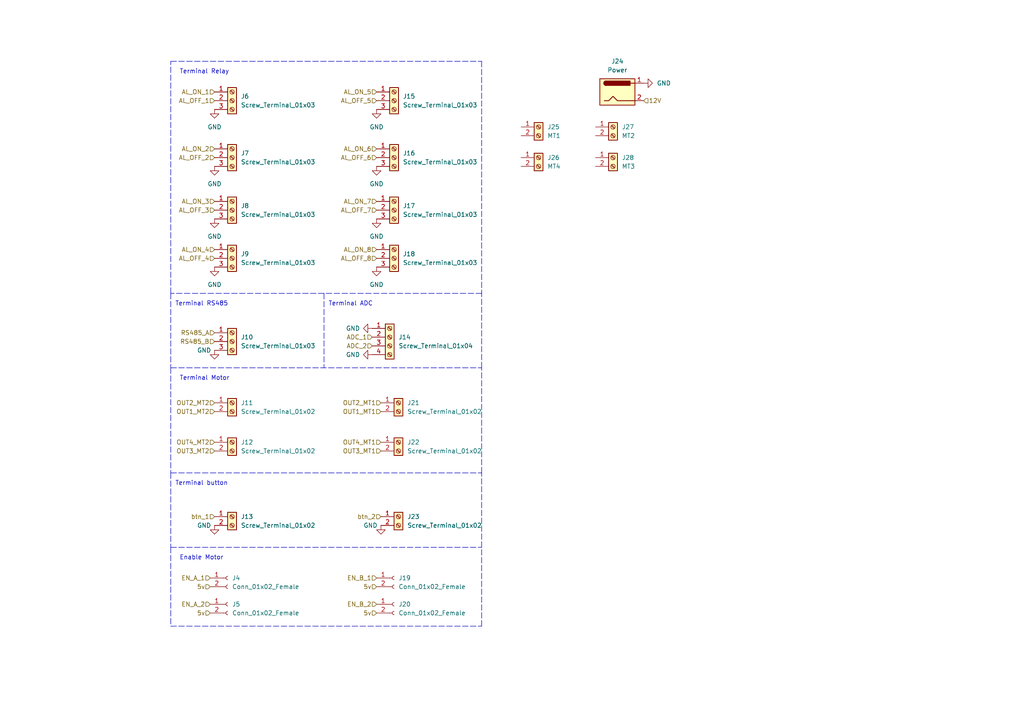
<source format=kicad_sch>
(kicad_sch (version 20211123) (generator eeschema)
  (paper "A4")
  (lib_symbols
    (symbol "Connector:Barrel_Jack" (pin_names (offset 1.016))
      (property "Reference" "J" (at 0 5.334 0))
      (property "Value" "Barrel_Jack" (at 0 -5.08 0))
      (symbol "Barrel_Jack_0_1"
        (rectangle (start -5.08 3.81) (end 5.08 -3.81) (stroke (width 0.254)) (fill (type background)))
        (arc (start -3.302 3.175) (mid -3.937 2.54) (end -3.302 1.905) (stroke (width 0.254)))
        (arc (start -3.302 3.175) (mid -3.937 2.54) (end -3.302 1.905) (stroke (width 0.254)) (fill (type outline)))
        (polyline (pts (xy 5.08 2.54) (xy 3.81 2.54)) (stroke (width 0.254)))
        (polyline (pts (xy -3.81 -2.54) (xy -2.54 -2.54) (xy -1.27 -1.27) (xy 0 -2.54) (xy 2.54 -2.54) (xy 5.08 -2.54)) (stroke (width 0.254)))
        (rectangle (start 3.683 3.175) (end -3.302 1.905) (stroke (width 0.254)) (fill (type outline)))
      )
      (symbol "Barrel_Jack_1_1"
        (pin passive line (at 7.62 2.54 180) (length 2.54) (name "~") (number "1"))
        (pin passive line (at 7.62 -2.54 180) (length 2.54) (name "~") (number "2"))
      )
    )
    (symbol "Connector:Conn_01x02_Female" (pin_names (offset 1.016) hide)
      (property "Reference" "J" (at 0 2.54 0))
      (property "Value" "Conn_01x02_Female" (at 0 -5.08 0))
      (symbol "Conn_01x02_Female_1_1"
        (arc (start 0 -2.032) (mid -0.508 -2.54) (end 0 -3.048) (stroke (width 0.1524)))
        (polyline (pts (xy -1.27 -2.54) (xy -0.508 -2.54)) (stroke (width 0.1524)))
        (polyline (pts (xy -1.27 0) (xy -0.508 0)) (stroke (width 0.1524)))
        (arc (start 0 0.508) (mid -0.508 0) (end 0 -0.508) (stroke (width 0.1524)))
        (pin passive line (at -5.08 0 0) (length 3.81) (name "Pin_1") (number "1"))
        (pin passive line (at -5.08 -2.54 0) (length 3.81) (name "Pin_2") (number "2"))
      )
    )
    (symbol "Connector:Screw_Terminal_01x02" (pin_names (offset 1.016) hide)
      (property "Reference" "J" (at 0 2.54 0))
      (property "Value" "Screw_Terminal_01x02" (at 0 -5.08 0))
      (symbol "Screw_Terminal_01x02_1_1"
        (rectangle (start -1.27 1.27) (end 1.27 -3.81) (stroke (width 0.254)) (fill (type background)))
        (circle (center 0 -2.54) (radius 0.635) (stroke (width 0.1524)))
        (polyline (pts (xy -0.5334 -2.2098) (xy 0.3302 -3.048)) (stroke (width 0.1524)))
        (polyline (pts (xy -0.5334 0.3302) (xy 0.3302 -0.508)) (stroke (width 0.1524)))
        (polyline (pts (xy -0.3556 -2.032) (xy 0.508 -2.8702)) (stroke (width 0.1524)))
        (polyline (pts (xy -0.3556 0.508) (xy 0.508 -0.3302)) (stroke (width 0.1524)))
        (circle (center 0 0) (radius 0.635) (stroke (width 0.1524)))
        (pin passive line (at -5.08 0 0) (length 3.81) (name "Pin_1") (number "1"))
        (pin passive line (at -5.08 -2.54 0) (length 3.81) (name "Pin_2") (number "2"))
      )
    )
    (symbol "Connector:Screw_Terminal_01x03" (pin_names (offset 1.016) hide)
      (property "Reference" "J" (at 0 5.08 0))
      (property "Value" "Screw_Terminal_01x03" (at 0 -5.08 0))
      (symbol "Screw_Terminal_01x03_1_1"
        (rectangle (start -1.27 3.81) (end 1.27 -3.81) (stroke (width 0.254)) (fill (type background)))
        (circle (center 0 -2.54) (radius 0.635) (stroke (width 0.1524)))
        (polyline (pts (xy -0.5334 -2.2098) (xy 0.3302 -3.048)) (stroke (width 0.1524)))
        (polyline (pts (xy -0.5334 0.3302) (xy 0.3302 -0.508)) (stroke (width 0.1524)))
        (polyline (pts (xy -0.5334 2.8702) (xy 0.3302 2.032)) (stroke (width 0.1524)))
        (polyline (pts (xy -0.3556 -2.032) (xy 0.508 -2.8702)) (stroke (width 0.1524)))
        (polyline (pts (xy -0.3556 0.508) (xy 0.508 -0.3302)) (stroke (width 0.1524)))
        (polyline (pts (xy -0.3556 3.048) (xy 0.508 2.2098)) (stroke (width 0.1524)))
        (circle (center 0 0) (radius 0.635) (stroke (width 0.1524)))
        (circle (center 0 2.54) (radius 0.635) (stroke (width 0.1524)))
        (pin passive line (at -5.08 2.54 0) (length 3.81) (name "Pin_1") (number "1"))
        (pin passive line (at -5.08 0 0) (length 3.81) (name "Pin_2") (number "2"))
        (pin passive line (at -5.08 -2.54 0) (length 3.81) (name "Pin_3") (number "3"))
      )
    )
    (symbol "Connector:Screw_Terminal_01x04" (pin_names (offset 1.016) hide)
      (property "Reference" "J" (at 0 5.08 0))
      (property "Value" "Screw_Terminal_01x04" (at 0 -7.62 0))
      (symbol "Screw_Terminal_01x04_1_1"
        (rectangle (start -1.27 3.81) (end 1.27 -6.35) (stroke (width 0.254)) (fill (type background)))
        (circle (center 0 -5.08) (radius 0.635) (stroke (width 0.1524)))
        (circle (center 0 -2.54) (radius 0.635) (stroke (width 0.1524)))
        (polyline (pts (xy -0.5334 -4.7498) (xy 0.3302 -5.588)) (stroke (width 0.1524)))
        (polyline (pts (xy -0.5334 -2.2098) (xy 0.3302 -3.048)) (stroke (width 0.1524)))
        (polyline (pts (xy -0.5334 0.3302) (xy 0.3302 -0.508)) (stroke (width 0.1524)))
        (polyline (pts (xy -0.5334 2.8702) (xy 0.3302 2.032)) (stroke (width 0.1524)))
        (polyline (pts (xy -0.3556 -4.572) (xy 0.508 -5.4102)) (stroke (width 0.1524)))
        (polyline (pts (xy -0.3556 -2.032) (xy 0.508 -2.8702)) (stroke (width 0.1524)))
        (polyline (pts (xy -0.3556 0.508) (xy 0.508 -0.3302)) (stroke (width 0.1524)))
        (polyline (pts (xy -0.3556 3.048) (xy 0.508 2.2098)) (stroke (width 0.1524)))
        (circle (center 0 0) (radius 0.635) (stroke (width 0.1524)))
        (circle (center 0 2.54) (radius 0.635) (stroke (width 0.1524)))
        (pin passive line (at -5.08 2.54 0) (length 3.81) (name "Pin_1") (number "1"))
        (pin passive line (at -5.08 0 0) (length 3.81) (name "Pin_2") (number "2"))
        (pin passive line (at -5.08 -2.54 0) (length 3.81) (name "Pin_3") (number "3"))
        (pin passive line (at -5.08 -5.08 0) (length 3.81) (name "Pin_4") (number "4"))
      )
    )
    (symbol "power:GND" (power) (pin_names (offset 0))
      (property "Value" "GND" (at 0 -3.81 0))
      (symbol "GND_0_1"
        (polyline (pts (xy 0 0) (xy 0 -1.27) (xy 1.27 -1.27) (xy 0 -2.54) (xy -1.27 -1.27) (xy 0 -1.27)))
      )
      (symbol "GND_1_1"
        (pin power_in line (at 0 0 270) (length 0) hide (name "GND") (number "1"))
      )
    )
  )
  (polyline (pts (xy 49.53 106.68) (xy 49.53 137.16)))
  (polyline (pts (xy 49.53 85.09) (xy 49.53 106.68)))
  (polyline (pts (xy 93.98 85.09) (xy 93.98 106.68)))
  (polyline (pts (xy 139.7 85.09) (xy 49.53 85.09)))
  (polyline (pts (xy 49.53 158.75) (xy 139.7 158.75)))
  (polyline (pts (xy 139.7 17.78) (xy 139.7 85.09)))
  (polyline (pts (xy 139.7 158.75) (xy 139.7 137.16)))
  (polyline (pts (xy 49.53 106.68) (xy 139.7 106.68)))
  (polyline (pts (xy 139.7 137.16) (xy 139.7 106.68)))
  (polyline (pts (xy 49.53 158.75) (xy 49.53 181.61)))
  (polyline (pts (xy 49.53 137.16) (xy 49.53 158.75)))
  (polyline (pts (xy 49.53 137.16) (xy 139.7 137.16)))
  (polyline (pts (xy 49.53 17.78) (xy 139.7 17.78)))
  (polyline (pts (xy 139.7 181.61) (xy 139.7 158.75)))
  (polyline (pts (xy 49.53 85.09) (xy 49.53 17.78)))
  (polyline (pts (xy 49.53 181.61) (xy 139.7 181.61)))
  (polyline (pts (xy 139.7 106.68) (xy 139.7 85.09)))
  (text "Terminal Relay" (at 52.07 21.59 0) (effects (font (size 1.27 1.27)) (justify left bottom)))
  (text "Terminal button" (at 50.8 140.97 0) (effects (font (size 1.27 1.27)) (justify left bottom)))
  (text "Enable Motor" (at 52.07 162.56 0) (effects (font (size 1.27 1.27)) (justify left bottom)))
  (text "Terminal RS485" (at 50.8 88.9 0) (effects (font (size 1.27 1.27)) (justify left bottom)))
  (text "Terminal ADC" (at 95.25 88.9 0) (effects (font (size 1.27 1.27)) (justify left bottom)))
  (text "Terminal Motor" (at 52.07 110.49 0) (effects (font (size 1.27 1.27)) (justify left bottom)))
  (hierarchical_label "OUT1_MT1" (shape input) (at 110.49 119.38 180))
  (hierarchical_label "AL_ON_2" (shape input) (at 62.23 43.18 180))
  (hierarchical_label "OUT3_MT2" (shape input) (at 62.23 130.81 180))
  (hierarchical_label "btn_1" (shape input) (at 62.23 149.86 180))
  (hierarchical_label "EN_A_2" (shape input) (at 60.96 175.26 180))
  (hierarchical_label "AL_ON_6" (shape input) (at 109.22 43.18 180))
  (hierarchical_label "OUT4_MT2" (shape input) (at 62.23 128.27 180))
  (hierarchical_label "5v" (shape input) (at 60.96 177.8 180))
  (hierarchical_label "AL_ON_3" (shape input) (at 62.23 58.42 180))
  (hierarchical_label "OUT3_MT1" (shape input) (at 110.49 130.81 180))
  (hierarchical_label "OUT4_MT1" (shape input) (at 110.49 128.27 180))
  (hierarchical_label "AL_OFF_3" (shape input) (at 62.23 60.96 180))
  (hierarchical_label "5v" (shape input) (at 60.96 170.18 180))
  (hierarchical_label "AL_ON_8" (shape input) (at 109.22 72.39 180))
  (hierarchical_label "12V" (shape input) (at 186.69 29.21 0))
  (hierarchical_label "ADC_2" (shape input) (at 107.95 100.33 180))
  (hierarchical_label "AL_ON_4" (shape input) (at 62.23 72.39 180))
  (hierarchical_label "AL_OFF_4" (shape input) (at 62.23 74.93 180))
  (hierarchical_label "OUT2_MT2" (shape input) (at 62.23 116.84 180))
  (hierarchical_label "OUT2_MT1" (shape input) (at 110.49 116.84 180))
  (hierarchical_label "AL_OFF_7" (shape input) (at 109.22 60.96 180))
  (hierarchical_label "RS485_A" (shape input) (at 62.23 96.52 180))
  (hierarchical_label "OUT1_MT2" (shape input) (at 62.23 119.38 180))
  (hierarchical_label "AL_OFF_8" (shape input) (at 109.22 74.93 180))
  (hierarchical_label "AL_OFF_5" (shape input) (at 109.22 29.21 180))
  (hierarchical_label "5v" (shape input) (at 109.22 177.8 180))
  (hierarchical_label "AL_ON_7" (shape input) (at 109.22 58.42 180))
  (hierarchical_label "EN_A_1" (shape input) (at 60.96 167.64 180))
  (hierarchical_label "EN_B_1" (shape input) (at 109.22 167.64 180))
  (hierarchical_label "5v" (shape input) (at 109.22 170.18 180))
  (hierarchical_label "AL_OFF_6" (shape input) (at 109.22 45.72 180))
  (hierarchical_label "AL_OFF_2" (shape input) (at 62.23 45.72 180))
  (hierarchical_label "AL_ON_5" (shape input) (at 109.22 26.67 180))
  (hierarchical_label "EN_B_2" (shape input) (at 109.22 175.26 180))
  (hierarchical_label "RS485_B" (shape input) (at 62.23 99.06 180))
  (hierarchical_label "AL_ON_1" (shape input) (at 62.23 26.67 180))
  (hierarchical_label "btn_2" (shape input) (at 110.49 149.86 180))
  (hierarchical_label "ADC_1" (shape input) (at 107.95 97.79 180))
  (hierarchical_label "AL_OFF_1" (shape input) (at 62.23 29.21 180))
  (symbol (lib_id "Connector:Conn_01x02_Female") (at 66.04 175.26 0) (unit 1)
    (property "Reference" "J5" (at 67.31 175.2599 0) (effects (justify left)))
    (property "Value" "Conn_01x02_Female" (at 67.31 177.7999 0) (effects (justify left)))
    (property "Footprint" "Connector_PinHeader_2.54mm:PinHeader_1x02_P2.54mm_Vertical" (effects hide))
  )
  (symbol (lib_id "Connector:Conn_01x02_Female") (at 66.04 167.64 0) (unit 1)
    (property "Reference" "J4" (at 67.31 167.6399 0) (effects (justify left)))
    (property "Value" "Conn_01x02_Female" (at 67.31 170.1799 0) (effects (justify left)))
    (property "Footprint" "Connector_PinHeader_2.54mm:PinHeader_1x02_P2.54mm_Vertical" (effects hide))
  )
  (symbol (lib_id "power:GND") (at 62.23 152.4 0) (unit 1)
    (property "Reference" "#PWR0146" (effects hide))
    (property "Value" "GND" (at 57.15 152.4 0) (effects (justify left)))
  )
  (symbol (lib_id "Connector:Screw_Terminal_01x02") (at 115.57 128.27 0) (unit 1)
    (property "Reference" "J22" (at 118.11 128.2699 0) (effects (justify left)))
    (property "Value" "Screw_Terminal_01x02" (at 118.11 130.8099 0) (effects (justify left)))
    (property "Footprint" "TerminalBlock_Phoenix:TerminalBlock_Phoenix_MKDS-1,5-2_1x02_P5.00mm_Horizontal" (effects hide))
  )
  (symbol (lib_id "Connector:Screw_Terminal_01x03") (at 67.31 99.06 0) (unit 1)
    (property "Reference" "J10" (at 69.85 97.7899 0) (effects (justify left)))
    (property "Value" "Screw_Terminal_01x03" (at 69.85 100.3299 0) (effects (justify left)))
    (property "Footprint" "TerminalBlock_Phoenix:TerminalBlock_Phoenix_MKDS-1,5-3_1x03_P5.00mm_Horizontal" (effects hide))
  )
  (symbol (lib_id "Connector:Screw_Terminal_01x03") (at 114.3 60.96 0) (unit 1)
    (property "Reference" "J17" (at 116.84 59.6899 0) (effects (justify left)))
    (property "Value" "Screw_Terminal_01x03" (at 116.84 62.2299 0) (effects (justify left)))
    (property "Footprint" "TerminalBlock_Phoenix:TerminalBlock_Phoenix_MKDS-1,5-3_1x03_P5.00mm_Horizontal" (effects hide))
  )
  (symbol (lib_id "power:GND") (at 62.23 77.47 0) (unit 1)
    (property "Reference" "#PWR0143" (effects hide))
    (property "Value" "GND" (at 62.23 82.55 0))
  )
  (symbol (lib_id "Connector:Screw_Terminal_01x03") (at 67.31 45.72 0) (unit 1)
    (property "Reference" "J7" (at 69.85 44.4499 0) (effects (justify left)))
    (property "Value" "Screw_Terminal_01x03" (at 69.85 46.9899 0) (effects (justify left)))
    (property "Footprint" "TerminalBlock_Phoenix:TerminalBlock_Phoenix_MKDS-1,5-3_1x03_P5.00mm_Horizontal" (effects hide))
  )
  (symbol (lib_id "power:GND") (at 62.23 48.26 0) (unit 1)
    (property "Reference" "#PWR0141" (effects hide))
    (property "Value" "GND" (at 62.23 53.34 0))
  )
  (symbol (lib_id "Connector:Screw_Terminal_01x04") (at 113.03 97.79 0) (unit 1)
    (property "Reference" "J14" (at 115.57 97.7899 0) (effects (justify left)))
    (property "Value" "Screw_Terminal_01x04" (at 115.57 100.3299 0) (effects (justify left)))
    (property "Footprint" "TerminalBlock_Phoenix:TerminalBlock_Phoenix_MKDS-1,5-4_1x04_P5.00mm_Horizontal" (effects hide))
  )
  (symbol (lib_id "power:GND") (at 62.23 63.5 0) (unit 1)
    (property "Reference" "#PWR0142" (effects hide))
    (property "Value" "GND" (at 62.23 68.58 0))
  )
  (symbol (lib_id "power:GND") (at 62.23 101.6 0) (unit 1)
    (property "Reference" "#PWR0134" (effects hide))
    (property "Value" "GND" (at 57.15 101.6 0) (effects (justify left)))
  )
  (symbol (lib_id "Connector:Screw_Terminal_01x02") (at 156.21 36.83 0) (unit 1)
    (property "Reference" "J25" (at 158.75 36.8299 0) (effects (justify left)))
    (property "Value" "MT1" (at 158.75 39.3699 0) (effects (justify left)))
    (property "Footprint" "TerminalBlock_Phoenix:TerminalBlock_Phoenix_MKDS-1,5-2_1x02_P5.00mm_Horizontal" (effects hide))
  )
  (symbol (lib_id "Connector:Screw_Terminal_01x03") (at 67.31 60.96 0) (unit 1)
    (property "Reference" "J8" (at 69.85 59.6899 0) (effects (justify left)))
    (property "Value" "Screw_Terminal_01x03" (at 69.85 62.2299 0) (effects (justify left)))
    (property "Footprint" "TerminalBlock_Phoenix:TerminalBlock_Phoenix_MKDS-1,5-3_1x03_P5.00mm_Horizontal" (effects hide))
  )
  (symbol (lib_id "Connector:Barrel_Jack") (at 179.07 26.67 0) (unit 1)
    (property "Reference" "J24" (at 179.07 17.78 0))
    (property "Value" "Power" (at 179.07 20.32 0))
    (property "Footprint" "TerminalBlock_Phoenix:TerminalBlock_Phoenix_MKDS-1,5-2_1x02_P5.00mm_Horizontal" (effects hide))
  )
  (symbol (lib_id "Connector:Screw_Terminal_01x02") (at 156.21 45.72 0) (unit 1)
    (property "Reference" "J26" (at 158.75 45.7199 0) (effects (justify left)))
    (property "Value" "MT4" (at 158.75 48.2599 0) (effects (justify left)))
    (property "Footprint" "TerminalBlock_Phoenix:TerminalBlock_Phoenix_MKDS-1,5-2_1x02_P5.00mm_Horizontal" (effects hide))
  )
  (symbol (lib_id "Connector:Screw_Terminal_01x02") (at 177.8 36.83 0) (unit 1)
    (property "Reference" "J27" (at 180.34 36.8299 0) (effects (justify left)))
    (property "Value" "MT2" (at 180.34 39.3699 0) (effects (justify left)))
    (property "Footprint" "TerminalBlock_Phoenix:TerminalBlock_Phoenix_MKDS-1,5-2_1x02_P5.00mm_Horizontal" (effects hide))
  )
  (symbol (lib_id "power:GND") (at 62.23 31.75 0) (unit 1)
    (property "Reference" "#PWR0135" (effects hide))
    (property "Value" "GND" (at 62.23 36.83 0))
  )
  (symbol (lib_id "Connector:Conn_01x02_Female") (at 114.3 175.26 0) (unit 1)
    (property "Reference" "J20" (at 115.57 175.2599 0) (effects (justify left)))
    (property "Value" "Conn_01x02_Female" (at 115.57 177.7999 0) (effects (justify left)))
    (property "Footprint" "Connector_PinHeader_2.54mm:PinHeader_1x02_P2.54mm_Vertical" (effects hide))
  )
  (symbol (lib_id "power:GND") (at 107.95 95.25 270) (unit 1)
    (property "Reference" "#PWR0140" (effects hide))
    (property "Value" "GND" (at 100.33 95.25 90) (effects (justify left)))
  )
  (symbol (lib_id "power:GND") (at 109.22 31.75 0) (unit 1)
    (property "Reference" "#PWR0136" (effects hide))
    (property "Value" "GND" (at 109.22 36.83 0))
  )
  (symbol (lib_id "Connector:Screw_Terminal_01x03") (at 114.3 29.21 0) (unit 1)
    (property "Reference" "J15" (at 116.84 27.9399 0) (effects (justify left)))
    (property "Value" "Screw_Terminal_01x03" (at 116.84 30.4799 0) (effects (justify left)))
    (property "Footprint" "TerminalBlock_Phoenix:TerminalBlock_Phoenix_MKDS-1,5-3_1x03_P5.00mm_Horizontal" (effects hide))
  )
  (symbol (lib_id "Connector:Screw_Terminal_01x03") (at 114.3 45.72 0) (unit 1)
    (property "Reference" "J16" (at 116.84 44.4499 0) (effects (justify left)))
    (property "Value" "Screw_Terminal_01x03" (at 116.84 46.9899 0) (effects (justify left)))
    (property "Footprint" "TerminalBlock_Phoenix:TerminalBlock_Phoenix_MKDS-1,5-3_1x03_P5.00mm_Horizontal" (effects hide))
  )
  (symbol (lib_id "Connector:Screw_Terminal_01x03") (at 114.3 74.93 0) (unit 1)
    (property "Reference" "J18" (at 116.84 73.6599 0) (effects (justify left)))
    (property "Value" "Screw_Terminal_01x03" (at 116.84 76.1999 0) (effects (justify left)))
    (property "Footprint" "TerminalBlock_Phoenix:TerminalBlock_Phoenix_MKDS-1,5-3_1x03_P5.00mm_Horizontal" (effects hide))
  )
  (symbol (lib_id "Connector:Screw_Terminal_01x03") (at 67.31 74.93 0) (unit 1)
    (property "Reference" "J9" (at 69.85 73.6599 0) (effects (justify left)))
    (property "Value" "Screw_Terminal_01x03" (at 69.85 76.1999 0) (effects (justify left)))
    (property "Footprint" "TerminalBlock_Phoenix:TerminalBlock_Phoenix_MKDS-1,5-3_1x03_P5.00mm_Horizontal" (effects hide))
  )
  (symbol (lib_id "power:GND") (at 107.95 102.87 270) (unit 1)
    (property "Reference" "#PWR0133" (effects hide))
    (property "Value" "GND" (at 100.33 102.87 90) (effects (justify left)))
  )
  (symbol (lib_id "Connector:Screw_Terminal_01x02") (at 177.8 45.72 0) (unit 1)
    (property "Reference" "J28" (at 180.34 45.7199 0) (effects (justify left)))
    (property "Value" "MT3" (at 180.34 48.2599 0) (effects (justify left)))
    (property "Footprint" "TerminalBlock_Phoenix:TerminalBlock_Phoenix_MKDS-1,5-2_1x02_P5.00mm_Horizontal" (effects hide))
  )
  (symbol (lib_id "power:GND") (at 110.49 152.4 0) (unit 1)
    (property "Reference" "#PWR0132" (effects hide))
    (property "Value" "GND" (at 105.41 152.4 0) (effects (justify left)))
  )
  (symbol (lib_id "power:GND") (at 186.69 24.13 90) (unit 1)
    (property "Reference" "#PWR0149" (effects hide))
    (property "Value" "GND" (at 190.5 24.1299 90) (effects (justify right)))
  )
  (symbol (lib_id "Connector:Screw_Terminal_01x02") (at 115.57 116.84 0) (unit 1)
    (property "Reference" "J21" (at 118.11 116.8399 0) (effects (justify left)))
    (property "Value" "Screw_Terminal_01x02" (at 118.11 119.3799 0) (effects (justify left)))
    (property "Footprint" "TerminalBlock_Phoenix:TerminalBlock_Phoenix_MKDS-1,5-2_1x02_P5.00mm_Horizontal" (effects hide))
  )
  (symbol (lib_id "Connector:Screw_Terminal_01x02") (at 115.57 149.86 0) (unit 1)
    (property "Reference" "J23" (at 118.11 149.8599 0) (effects (justify left)))
    (property "Value" "Screw_Terminal_01x02" (at 118.11 152.3999 0) (effects (justify left)))
    (property "Footprint" "TerminalBlock_Phoenix:TerminalBlock_Phoenix_MKDS-1,5-2_1x02_P5.00mm_Horizontal" (effects hide))
  )
  (symbol (lib_id "Connector:Screw_Terminal_01x02") (at 67.31 128.27 0) (unit 1)
    (property "Reference" "J12" (at 69.85 128.2699 0) (effects (justify left)))
    (property "Value" "Screw_Terminal_01x02" (at 69.85 130.8099 0) (effects (justify left)))
    (property "Footprint" "TerminalBlock_Phoenix:TerminalBlock_Phoenix_MKDS-1,5-2_1x02_P5.00mm_Horizontal" (effects hide))
  )
  (symbol (lib_id "Connector:Screw_Terminal_01x03") (at 67.31 29.21 0) (unit 1)
    (property "Reference" "J6" (at 69.85 27.9399 0) (effects (justify left)))
    (property "Value" "Screw_Terminal_01x03" (at 69.85 30.4799 0) (effects (justify left)))
    (property "Footprint" "TerminalBlock_Phoenix:TerminalBlock_Phoenix_MKDS-1,5-3_1x03_P5.00mm_Horizontal" (effects hide))
  )
  (symbol (lib_id "Connector:Screw_Terminal_01x02") (at 67.31 149.86 0) (unit 1)
    (property "Reference" "J13" (at 69.85 149.8599 0) (effects (justify left)))
    (property "Value" "Screw_Terminal_01x02" (at 69.85 152.3999 0) (effects (justify left)))
    (property "Footprint" "TerminalBlock_Phoenix:TerminalBlock_Phoenix_MKDS-1,5-2_1x02_P5.00mm_Horizontal" (effects hide))
  )
  (symbol (lib_id "power:GND") (at 109.22 63.5 0) (unit 1)
    (property "Reference" "#PWR0138" (effects hide))
    (property "Value" "GND" (at 109.22 68.58 0))
  )
  (symbol (lib_id "power:GND") (at 109.22 77.47 0) (unit 1)
    (property "Reference" "#PWR0139" (effects hide))
    (property "Value" "GND" (at 109.22 82.55 0))
  )
  (symbol (lib_id "Connector:Screw_Terminal_01x02") (at 67.31 116.84 0) (unit 1)
    (property "Reference" "J11" (at 69.85 116.8399 0) (effects (justify left)))
    (property "Value" "Screw_Terminal_01x02" (at 69.85 119.3799 0) (effects (justify left)))
    (property "Footprint" "TerminalBlock_Phoenix:TerminalBlock_Phoenix_MKDS-1,5-2_1x02_P5.00mm_Horizontal" (effects hide))
  )
  (symbol (lib_id "power:GND") (at 109.22 48.26 0) (unit 1)
    (property "Reference" "#PWR0137" (effects hide))
    (property "Value" "GND" (at 109.22 53.34 0))
  )
  (symbol (lib_id "Connector:Conn_01x02_Female") (at 114.3 167.64 0) (unit 1)
    (property "Reference" "J19" (at 115.57 167.6399 0) (effects (justify left)))
    (property "Value" "Conn_01x02_Female" (at 115.57 170.1799 0) (effects (justify left)))
    (property "Footprint" "Connector_PinHeader_2.54mm:PinHeader_1x02_P2.54mm_Vertical" (effects hide))
  )
)
</source>
